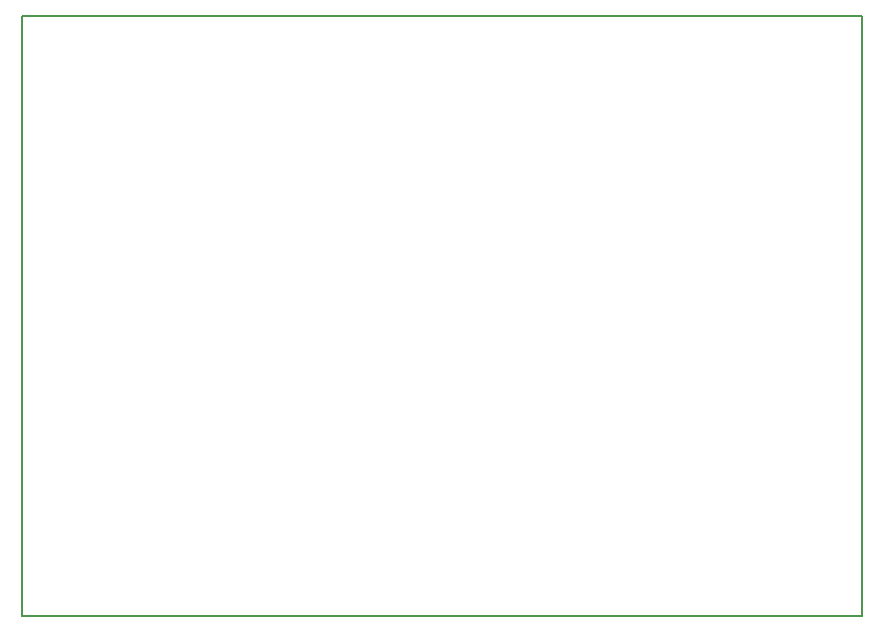
<source format=gm1>
G04 #@! TF.GenerationSoftware,KiCad,Pcbnew,5.0.2-bee76a0~70~ubuntu16.04.1*
G04 #@! TF.CreationDate,2019-05-11T19:32:04-04:00*
G04 #@! TF.ProjectId,ControllerBoard,436f6e74-726f-46c6-9c65-72426f617264,rev?*
G04 #@! TF.SameCoordinates,Original*
G04 #@! TF.FileFunction,Profile,NP*
%FSLAX46Y46*%
G04 Gerber Fmt 4.6, Leading zero omitted, Abs format (unit mm)*
G04 Created by KiCad (PCBNEW 5.0.2-bee76a0~70~ubuntu16.04.1) date Sat 11 May 2019 07:32:04 PM EDT*
%MOMM*%
%LPD*%
G01*
G04 APERTURE LIST*
%ADD10C,0.150000*%
G04 APERTURE END LIST*
D10*
X50800000Y-101600000D02*
X50800000Y-50800000D01*
X121920000Y-101600000D02*
X50800000Y-101600000D01*
X121920000Y-50800000D02*
X121920000Y-101600000D01*
X50800000Y-50800000D02*
X121920000Y-50800000D01*
M02*

</source>
